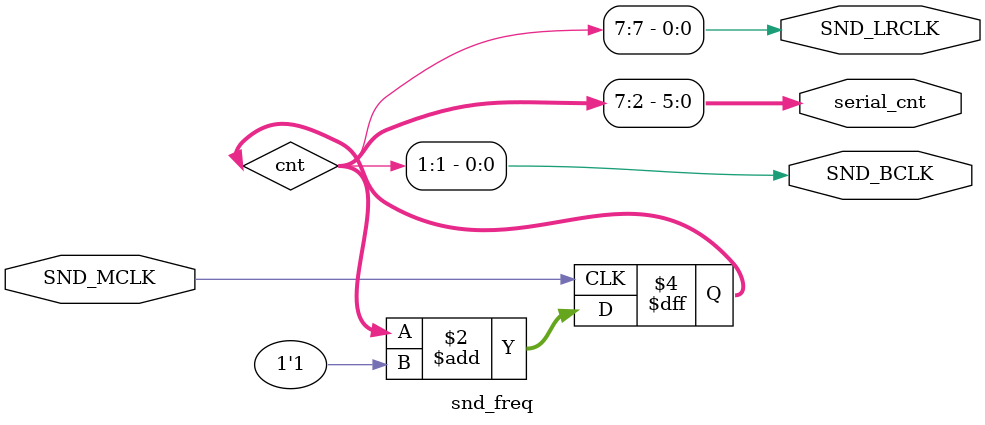
<source format=v>

module snd_freq
(
    input        SND_MCLK,
    output       SND_BCLK,
    output       SND_LRCLK,
    output [5:0] serial_cnt
);

reg [7:0] cnt = 8'h00;

always @ ( posedge SND_MCLK ) begin
    cnt <= cnt + 1'b1;
end

assign SND_BCLK = cnt[1];
assign SND_LRCLK = cnt[7];
assign serial_cnt = cnt[7:2];

endmodule // snd_freq

</source>
